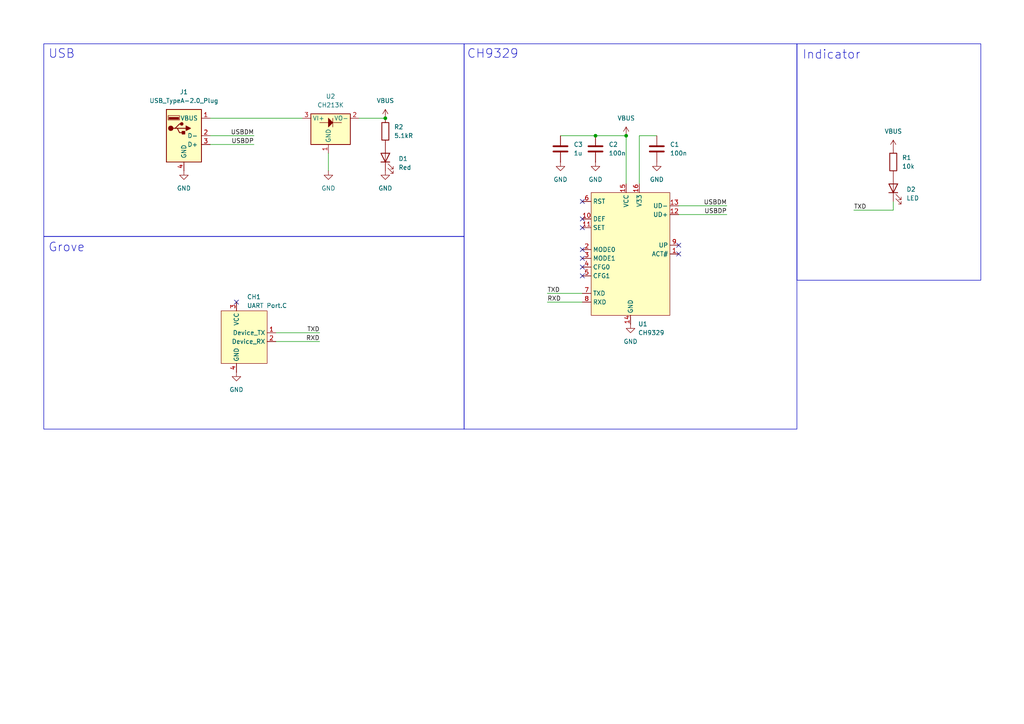
<source format=kicad_sch>
(kicad_sch (version 20231120) (generator "eeschema") (generator_version "8.0")
  (paper "A4")
  (title_block (title "Grove KeyMouse") (rev "1.0.0") (company "Atsushi Morimoto (@74th)"))
  (lib_symbols
    (symbol "74th_ApplicationIC:CH9329_UART-To-USBHID"
      (property "Reference" "U" (at 8.89 7.62 0))
      (property "Value" "CH9329" (at 8.89 5.08 0))
      (symbol "CH9329_UART-To-USBHID_0_1"
        (rectangle (start -11.43 3.81) (end 11.43 -31.75) (stroke (width 0.1524)) (fill (type background)))
      )
      (symbol "CH9329_UART-To-USBHID_1_1"
        (pin output line (at 13.97 -13.97 180) (length 2.54) (name "ACT#") (number "1"))
        (pin input line (at -13.97 -3.81 0) (length 2.54) (name "DEF") (number "10"))
        (pin input line (at -13.97 -6.35 0) (length 2.54) (name "SET") (number "11"))
        (pin bidirectional line (at 13.97 -2.54 180) (length 2.54) (name "UD+") (number "12"))
        (pin bidirectional line (at 13.97 0 180) (length 2.54) (name "UD-") (number "13"))
        (pin power_in line (at 0 -34.29 90) (length 2.54) (name "GND") (number "14"))
        (pin power_in line (at -1.27 6.35 270) (length 2.54) (name "VCC") (number "15"))
        (pin power_out line (at 2.54 6.35 270) (length 2.54) (name "V33") (number "16"))
        (pin input line (at -13.97 -12.7 0) (length 2.54) (name "MODE0") (number "2"))
        (pin input line (at -13.97 -15.24 0) (length 2.54) (name "MODE1") (number "3"))
        (pin input line (at -13.97 -17.78 0) (length 2.54) (name "CFG0") (number "4"))
        (pin input line (at -13.97 -20.32 0) (length 2.54) (name "CFG1") (number "5"))
        (pin input line (at -13.97 1.27 0) (length 2.54) (name "RST") (number "6"))
        (pin output line (at -13.97 -25.4 0) (length 2.54) (name "TXD") (number "7"))
        (pin input line (at -13.97 -27.94 0) (length 2.54) (name "RXD") (number "8"))
        (pin output line (at 13.97 -11.43 180) (length 2.54) (name "UP") (number "9"))
      )
    )
    (symbol "74th_Interface:UART_Grove_Device-Side"
      (property "Reference" "CH" (at 3.81 11.43 0))
      (property "Value" "UART_Grove_Device-Side" (at 3.81 8.89 0))
      (symbol "UART_Grove_Device-Side_0_1"
        (rectangle (start -4.445 7.62) (end 8.89 -7.62) (stroke (width 0.1524)) (fill (type background)))
      )
      (symbol "UART_Grove_Device-Side_1_1"
        (pin input line (at 11.43 1.27 180) (length 2.54) (name "Device_TX") (number "1"))
        (pin output line (at 11.43 -1.27 180) (length 2.54) (name "Device_RX") (number "2"))
        (pin power_out line (at 0 10.16 270) (length 2.54) (name "VCC") (number "3"))
        (pin power_out line (at 0 -10.16 90) (length 2.54) (name "GND") (number "4"))
      )
    )
    (symbol "74th_Interface:USB_TypeA-2.0_Plug" (pin_names (offset 1.016))
      (property "Reference" "J" (at -5.08 11.43 0))
      (property "Value" "USB_TypeA-2.0_Plug" (at -5.08 8.89 0))
      (symbol "USB_TypeA-2.0_Plug_0_1"
        (rectangle (start -5.08 -7.62) (end 5.08 7.62) (stroke (width 0.254)) (fill (type background)))
        (circle (center -3.81 2.159) (radius 0.635) (stroke (width 0.254)) (fill (type outline)))
        (rectangle (start -1.524 4.826) (end -4.318 5.334) (fill (type outline)))
        (rectangle (start -1.27 4.572) (end -4.572 5.842))
        (circle (center -0.635 3.429) (radius 0.381) (stroke (width 0.254)) (fill (type outline)))
        (polyline (pts (xy -3.175 2.159) (xy -2.54 2.159) (xy -1.27 3.429) (xy -0.635 3.429)) (stroke (width 0.254)))
        (polyline (pts (xy -2.54 2.159) (xy -1.905 2.159) (xy -1.27 0.889) (xy 0 0.889)) (stroke (width 0.254)))
        (polyline (pts (xy 0.635 2.794) (xy 0.635 1.524) (xy 1.905 2.159) (xy 0.635 2.794)) (stroke (width 0.254)) (fill (type outline)))
        (rectangle (start 0.254 1.27) (end -0.508 0.508) (stroke (width 0.254)) (fill (type outline)))
      )
      (symbol "USB_TypeA-2.0_Plug_1_1"
        (polyline (pts (xy -1.905 2.159) (xy 0.635 2.159)) (stroke (width 0.254)))
        (pin power_out line (at 7.62 5.08 180) (length 2.54) (name "VBUS") (number "1"))
        (pin bidirectional line (at 7.62 0 180) (length 2.54) (name "D-") (number "2"))
        (pin bidirectional line (at 7.62 -2.54 180) (length 2.54) (name "D+") (number "3"))
        (pin power_in line (at 0 -10.16 90) (length 2.54) (name "GND") (number "4"))
      )
    )
    (symbol "74th_Passive:CH213K_Ideal-Diode-for-USB-Power"
      (property "Reference" "U" (at -3.81 6.35 0))
      (property "Value" "CH213K" (at 2.54 6.35 0))
      (symbol "CH213K_Ideal-Diode-for-USB-Power_0_1"
        (polyline (pts (xy -2.54 2.54) (xy 3.81 2.54)))
        (polyline (pts (xy 1.27 3.81) (xy 1.27 1.27)))
      )
      (symbol "CH213K_Ideal-Diode-for-USB-Power_1_1"
        (rectangle (start -5.08 5.08) (end 6.35 -3.81) (stroke (width 0.254)) (fill (type background)))
        (polyline (pts (xy 0 3.81) (xy 0 1.27) (xy 1.27 2.54) (xy 0 3.81)) (fill (type outline)))
        (pin power_in line (at 0 -6.35 90) (length 2.54) (name "GND") (number "1"))
        (pin power_out line (at 8.89 3.81 180) (length 2.54) (name "VO-") (number "2"))
        (pin power_in line (at -7.62 3.81 0) (length 2.54) (name "VI+") (number "3"))
      )
    )
    (symbol "Device:C" (pin_numbers hide) (pin_names (offset 0.254))
      (property "Reference" "C" (at 0.635 2.54 0))
      (property "Value" "C" (at 0.635 -2.54 0))
      (symbol "C_0_1"
        (polyline (pts (xy -2.032 -0.762) (xy 2.032 -0.762)) (stroke (width 0.508)))
        (polyline (pts (xy -2.032 0.762) (xy 2.032 0.762)) (stroke (width 0.508)))
      )
      (symbol "C_1_1"
        (pin passive line (at 0 3.81 270) (length 2.794) (name "~") (number "1"))
        (pin passive line (at 0 -3.81 90) (length 2.794) (name "~") (number "2"))
      )
    )
    (symbol "Device:LED" (pin_numbers hide) (pin_names (offset 1.016) hide)
      (property "Reference" "D" (at 0 2.54 0))
      (property "Value" "LED" (at 0 -2.54 0))
      (symbol "LED_0_1"
        (polyline (pts (xy -1.27 -1.27) (xy -1.27 1.27)) (stroke (width 0.254)))
        (polyline (pts (xy -1.27 0) (xy 1.27 0)))
        (polyline (pts (xy 1.27 -1.27) (xy 1.27 1.27) (xy -1.27 0) (xy 1.27 -1.27)) (stroke (width 0.254)))
        (polyline (pts (xy -3.048 -0.762) (xy -4.572 -2.286) (xy -3.81 -2.286) (xy -4.572 -2.286) (xy -4.572 -1.524)))
        (polyline (pts (xy -1.778 -0.762) (xy -3.302 -2.286) (xy -2.54 -2.286) (xy -3.302 -2.286) (xy -3.302 -1.524)))
      )
      (symbol "LED_1_1"
        (pin passive line (at -3.81 0 0) (length 2.54) (name "K") (number "1"))
        (pin passive line (at 3.81 0 180) (length 2.54) (name "A") (number "2"))
      )
    )
    (symbol "Device:R" (pin_numbers hide) (pin_names (offset 0))
      (property "Reference" "R" (at 2.032 0 90))
      (property "Value" "R" (at 0 0 90))
      (symbol "R_0_1"
        (rectangle (start -1.016 -2.54) (end 1.016 2.54) (stroke (width 0.254)))
      )
      (symbol "R_1_1"
        (pin passive line (at 0 3.81 270) (length 1.27) (name "~") (number "1"))
        (pin passive line (at 0 -3.81 90) (length 1.27) (name "~") (number "2"))
      )
    )
    (symbol "power:GND" (power) (pin_numbers hide) (pin_names (offset 0) hide)
      (property "Value" "GND" (at 0 -3.81 0))
      (symbol "GND_0_1"
        (polyline (pts (xy 0 0) (xy 0 -1.27) (xy 1.27 -1.27) (xy 0 -2.54) (xy -1.27 -1.27) (xy 0 -1.27)))
      )
      (symbol "GND_1_1"
        (pin power_in line (at 0 0 270) (length 0) (name "~") (number "1"))
      )
    )
    (symbol "power:VBUS" (power) (pin_numbers hide) (pin_names (offset 0) hide)
      (property "Value" "VBUS" (at 0 3.556 0))
      (symbol "VBUS_0_1"
        (polyline (pts (xy -0.762 1.27) (xy 0 2.54)))
        (polyline (pts (xy 0 0) (xy 0 2.54)))
        (polyline (pts (xy 0 2.54) (xy 0.762 1.27)))
      )
      (symbol "VBUS_1_1"
        (pin power_in line (at 0 0 90) (length 0) (name "~") (number "1"))
      )
    )
  )
  (junction (at 172.72 39.37))
  (junction (at 181.61 39.37))
  (junction (at 111.76 34.29))
  (no_connect (at 168.91 72.39))
  (no_connect (at 168.91 66.04))
  (no_connect (at 168.91 77.47))
  (no_connect (at 168.91 58.42))
  (no_connect (at 168.91 80.01))
  (no_connect (at 196.85 73.66))
  (no_connect (at 196.85 71.12))
  (no_connect (at 68.58 87.63))
  (no_connect (at 168.91 74.93))
  (no_connect (at 168.91 63.5))
  (wire (pts (xy 80.01 96.52) (xy 92.71 96.52)))
  (wire (pts (xy 247.65 60.96) (xy 259.08 60.96)))
  (wire (pts (xy 185.42 39.37) (xy 190.5 39.37)))
  (wire (pts (xy 60.96 39.37) (xy 73.66 39.37)))
  (wire (pts (xy 60.96 41.91) (xy 73.66 41.91)))
  (wire (pts (xy 196.85 62.23) (xy 210.82 62.23)))
  (wire (pts (xy 162.56 39.37) (xy 172.72 39.37)))
  (wire (pts (xy 196.85 59.69) (xy 210.82 59.69)))
  (wire (pts (xy 181.61 39.37) (xy 172.72 39.37)))
  (wire (pts (xy 158.75 87.63) (xy 168.91 87.63)))
  (wire (pts (xy 158.75 85.09) (xy 168.91 85.09)))
  (wire (pts (xy 181.61 53.34) (xy 181.61 39.37)))
  (wire (pts (xy 259.08 60.96) (xy 259.08 58.42)))
  (wire (pts (xy 60.96 34.29) (xy 87.63 34.29)))
  (wire (pts (xy 80.01 99.06) (xy 92.71 99.06)))
  (wire (pts (xy 185.42 39.37) (xy 185.42 53.34)))
  (wire (pts (xy 95.25 49.53) (xy 95.25 44.45)))
  (wire (pts (xy 104.14 34.29) (xy 111.76 34.29)))
  (rectangle (start 12.7 68.58) (end 134.62 124.46))
  (rectangle (start 12.7 12.7) (end 134.62 68.58))
  (rectangle (start 134.62 12.7) (end 231.14 124.46))
  (rectangle (start 231.14 12.7) (end 284.48 81.28))
  (text "Grove" (at 13.97 70.358 0) (effects (font (size 2.54 2.54)) (justify left top)))
  (text "Indicator" (at 232.664 14.478 0) (effects (font (size 2.54 2.54)) (justify left top)))
  (text "CH9329" (at 135.382 14.224 0) (effects (font (size 2.54 2.54)) (justify left top)))
  (text "USB" (at 13.97 14.224 0) (effects (font (size 2.54 2.54)) (justify left top)))
  (label "TXD" (at 158.75 85.09 0))
  (label "RXD" (at 92.71 99.06 180))
  (label "USBDM" (at 210.82 59.69 180))
  (label "RXD" (at 158.75 87.63 0))
  (label "USBDP" (at 73.66 41.91 180))
  (label "TXD" (at 247.65 60.96 0))
  (label "TXD" (at 92.71 96.52 180))
  (label "USBDM" (at 73.66 39.37 180))
  (label "USBDP" (at 210.82 62.23 180))
  (symbol (lib_id "power:GND") (at 172.72 46.99 0) (unit 1)
    (property "Reference" "#PWR010" (effects (hide yes)))
    (property "Value" "GND" (at 172.72 52.07 0))
    (property "Description" "Power symbol creates a global label with name \"GND\" , ground" (effects (hide yes)))
  )
  (symbol (lib_id "power:GND") (at 182.88 93.98 0) (unit 1)
    (property "Reference" "#PWR015" (effects (hide yes)))
    (property "Value" "GND" (at 182.88 99.06 0))
    (property "Description" "Power symbol creates a global label with name \"GND\" , ground" (effects (hide yes)))
  )
  (symbol (lib_id "Device:LED") (at 111.76 45.72 90) (unit 1)
    (property "Reference" "D1" (at 115.57 46.0374 90) (effects (justify right)))
    (property "Value" "Red" (at 115.57 48.5774 90) (effects (justify right)))
    (property "Footprint" "74th:LED_0805_2012" (effects (hide yes)))
    (property "Description" "Light emitting diode" (effects (hide yes)))
  )
  (symbol (lib_id "power:GND") (at 53.34 49.53 0) (unit 1)
    (property "Reference" "#PWR014" (effects (hide yes)))
    (property "Value" "GND" (at 53.34 54.61 0))
    (property "Description" "Power symbol creates a global label with name \"GND\" , ground" (effects (hide yes)))
  )
  (symbol (lib_id "power:VBUS") (at 259.08 43.18 0) (unit 1)
    (property "Reference" "#PWR06" (effects (hide yes)))
    (property "Value" "VBUS" (at 259.08 38.1 0))
    (property "Description" "Power symbol creates a global label with name \"VBUS\"" (effects (hide yes)))
  )
  (symbol (lib_id "power:VBUS") (at 181.61 39.37 0) (unit 1)
    (property "Reference" "#PWR09" (effects (hide yes)))
    (property "Value" "VBUS" (at 181.61 34.29 0))
    (property "Description" "Power symbol creates a global label with name \"VBUS\"" (effects (hide yes)))
  )
  (symbol (lib_id "74th_Interface:USB_TypeA-2.0_Plug") (at 53.34 39.37 0) (unit 1)
    (property "Reference" "J1" (at 53.34 26.67 0))
    (property "Value" "USB_TypeA-2.0_Plug" (at 53.34 29.21 0))
    (property "Footprint" "74th:Connector_USB-A-Plug_TH" (effects (hide yes)))
    (property "Description" "USB Type A connector" (effects (hide yes)))
  )
  (symbol (lib_id "power:GND") (at 190.5 46.99 0) (unit 1)
    (property "Reference" "#PWR08" (effects (hide yes)))
    (property "Value" "GND" (at 190.5 52.07 0))
    (property "Description" "Power symbol creates a global label with name \"GND\" , ground" (effects (hide yes)))
  )
  (symbol (lib_id "power:VBUS") (at 111.76 34.29 0) (unit 1)
    (property "Reference" "#PWR02" (effects (hide yes)))
    (property "Value" "VBUS" (at 111.76 29.21 0))
    (property "Description" "Power symbol creates a global label with name \"VBUS\"" (effects (hide yes)))
  )
  (symbol (lib_id "Device:C") (at 162.56 43.18 0) (unit 1)
    (property "Reference" "C3" (at 166.37 41.9099 0) (effects (justify left)))
    (property "Value" "1u" (at 166.37 44.4499 0) (effects (justify left)))
    (property "Footprint" "74th:Capacitor_0805_2012" (effects (hide yes)))
    (property "Description" "Unpolarized capacitor" (effects (hide yes)))
  )
  (symbol (lib_id "Device:R") (at 111.76 38.1 0) (unit 1)
    (property "Reference" "R2" (at 114.3 36.8299 0) (effects (justify left)))
    (property "Value" "5.1kR" (at 114.3 39.3699 0) (effects (justify left)))
    (property "Footprint" "74th:Register_0805_2012" (effects (hide yes)))
    (property "Description" "Resistor" (effects (hide yes)))
  )
  (symbol (lib_id "Device:R") (at 259.08 46.99 0) (unit 1)
    (property "Reference" "R1" (at 261.62 45.7199 0) (effects (justify left)))
    (property "Value" "10k" (at 261.62 48.2599 0) (effects (justify left)))
    (property "Footprint" "74th:Register_0805_2012" (effects (hide yes)))
    (property "Description" "Resistor" (effects (hide yes)))
  )
  (symbol (lib_id "power:GND") (at 162.56 46.99 0) (unit 1)
    (property "Reference" "#PWR01" (effects (hide yes)))
    (property "Value" "GND" (at 162.56 52.07 0))
    (property "Description" "Power symbol creates a global label with name \"GND\" , ground" (effects (hide yes)))
  )
  (symbol (lib_id "74th_Passive:CH213K_Ideal-Diode-for-USB-Power") (at 95.25 38.1 0) (unit 1)
    (property "Reference" "U2" (at 95.885 27.94 0))
    (property "Value" "CH213K" (at 95.885 30.48 0))
    (property "Footprint" "Package_TO_SOT_SMD:SOT-23" (effects (hide yes)))
  )
  (symbol (lib_id "Device:LED") (at 259.08 54.61 90) (unit 1)
    (property "Reference" "D2" (at 262.89 54.9274 90) (effects (justify right)))
    (property "Value" "LED" (at 262.89 57.4674 90) (effects (justify right)))
    (property "Footprint" "74th:LED_0805_2012" (effects (hide yes)))
    (property "Description" "Light emitting diode" (effects (hide yes)))
  )
  (symbol (lib_id "Device:C") (at 190.5 43.18 0) (unit 1)
    (property "Reference" "C1" (at 194.31 41.9099 0) (effects (justify left)))
    (property "Value" "100n" (at 194.31 44.4499 0) (effects (justify left)))
    (property "Footprint" "74th:Capacitor_0805_2012" (effects (hide yes)))
    (property "Description" "Unpolarized capacitor" (effects (hide yes)))
  )
  (symbol (lib_id "power:GND") (at 95.25 49.53 0) (unit 1)
    (property "Reference" "#PWR05" (effects (hide yes)))
    (property "Value" "GND" (at 95.25 54.61 0))
    (property "Description" "Power symbol creates a global label with name \"GND\" , ground" (effects (hide yes)))
  )
  (symbol (lib_id "74th_Interface:UART_Grove_Device-Side") (at 68.58 97.79 0) (unit 1)
    (property "Reference" "CH1" (at 71.628 86.106 0) (effects (justify left)))
    (property "Value" "UART Port.C" (at 71.628 88.646 0) (effects (justify left)))
    (property "Footprint" "74th:Connector_HY-2.0_SMD_4Pin" (effects (hide yes)))
  )
  (symbol (lib_id "power:GND") (at 111.76 49.53 0) (unit 1)
    (property "Reference" "#PWR011" (effects (hide yes)))
    (property "Value" "GND" (at 111.76 54.61 0))
    (property "Description" "Power symbol creates a global label with name \"GND\" , ground" (effects (hide yes)))
  )
  (symbol (lib_id "Device:C") (at 172.72 43.18 0) (unit 1)
    (property "Reference" "C2" (at 176.53 41.9099 0) (effects (justify left)))
    (property "Value" "100n" (at 176.53 44.4499 0) (effects (justify left)))
    (property "Footprint" "74th:Capacitor_0805_2012" (effects (hide yes)))
    (property "Description" "Unpolarized capacitor" (effects (hide yes)))
  )
  (symbol (lib_id "74th_ApplicationIC:CH9329_UART-To-USBHID") (at 182.88 59.69 0) (unit 1)
    (property "Reference" "U1" (at 185.0741 93.98 0) (effects (justify left)))
    (property "Value" "CH9329" (at 185.0741 96.52 0) (effects (justify left)))
    (property "Footprint" "Package_SO:SOP-16_3.9x9.9mm_P1.27mm" (effects (hide yes)))
  )
  (symbol (lib_id "power:GND") (at 68.58 107.95 0) (unit 1)
    (property "Reference" "#PWR07" (effects (hide yes)))
    (property "Value" "GND" (at 68.58 113.03 0))
    (property "Description" "Power symbol creates a global label with name \"GND\" , ground" (effects (hide yes)))
  )
)
</source>
